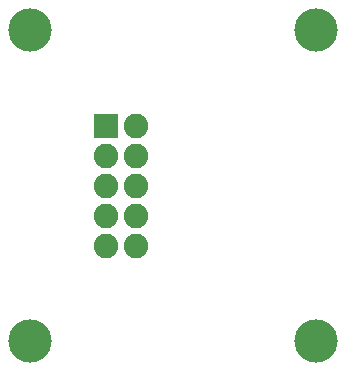
<source format=gbr>
G04 #@! TF.FileFunction,Soldermask,Top*
%FSLAX46Y46*%
G04 Gerber Fmt 4.6, Leading zero omitted, Abs format (unit mm)*
G04 Created by KiCad (PCBNEW 4.0.6) date 02/07/20 07:53:38*
%MOMM*%
%LPD*%
G01*
G04 APERTURE LIST*
%ADD10C,0.100000*%
%ADD11C,3.663900*%
%ADD12R,2.082800X2.082800*%
%ADD13C,2.082800*%
G04 APERTURE END LIST*
D10*
D11*
X100460224Y-57912000D03*
X100460224Y-31572200D03*
X76276200Y-57912000D03*
X76276200Y-31572200D03*
D12*
X82727800Y-39662100D03*
D13*
X85267800Y-39662100D03*
X82727800Y-42202100D03*
X85267800Y-42202100D03*
X82727800Y-44742100D03*
X85267800Y-44742100D03*
X82727800Y-47282100D03*
X85267800Y-47282100D03*
X82727800Y-49822100D03*
X85267800Y-49822100D03*
M02*

</source>
